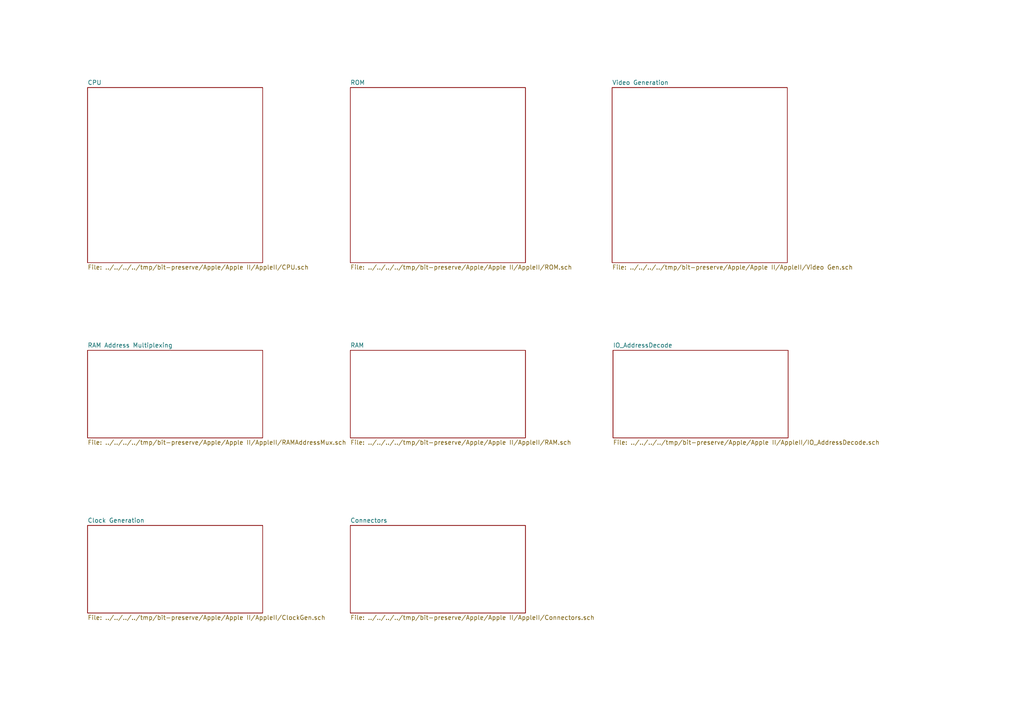
<source format=kicad_sch>
(kicad_sch (version 20230121) (generator eeschema)
  (paper "A4")
  (title_block (title "Apple II Schematic") (rev "0") (comment 1 "Captured from the Apple II Reference Manual (1979)"))
  (lib_symbols)
  (sheet (at 25.4 25.4) (size 50.8 50.8)
    (property "Sheetname" "CPU" (at 25.4 24.6884 0) (effects (justify left bottom)))
    (property "Sheetfile" "../../../../tmp/bit-preserve/Apple/Apple II/AppleII/CPU.sch" (at 25.4 76.7846 0) (effects (justify left top)))
  )
  (sheet (at 25.4 152.4) (size 50.8 25.4)
    (property "Sheetname" "Clock Generation" (at 25.4 151.6884 0) (effects (justify left bottom)))
    (property "Sheetfile" "../../../../tmp/bit-preserve/Apple/Apple II/AppleII/ClockGen.sch" (at 25.4 178.3846 0) (effects (justify left top)))
  )
  (sheet (at 177.8 101.6) (size 50.8 25.4)
    (property "Sheetname" "IO_AddressDecode" (at 177.8 100.8884 0) (effects (justify left bottom)))
    (property "Sheetfile" "../../../../tmp/bit-preserve/Apple/Apple II/AppleII/IO_AddressDecode.sch" (at 177.8 127.5846 0) (effects (justify left top)))
  )
  (sheet (at 25.4 101.6) (size 50.8 25.4)
    (property "Sheetname" "RAM Address Multiplexing" (at 25.4 100.8884 0) (effects (justify left bottom)))
    (property "Sheetfile" "../../../../tmp/bit-preserve/Apple/Apple II/AppleII/RAMAddressMux.sch" (at 25.4 127.5846 0) (effects (justify left top)))
  )
  (sheet (at 101.6 25.4) (size 50.8 50.8)
    (property "Sheetname" "ROM" (at 101.6 24.6884 0) (effects (justify left bottom)))
    (property "Sheetfile" "../../../../tmp/bit-preserve/Apple/Apple II/AppleII/ROM.sch" (at 101.6 76.7846 0) (effects (justify left top)))
  )
  (sheet (at 101.6 101.6) (size 50.8 25.4)
    (property "Sheetname" "RAM" (at 101.6 100.8884 0) (effects (justify left bottom)))
    (property "Sheetfile" "../../../../tmp/bit-preserve/Apple/Apple II/AppleII/RAM.sch" (at 101.6 127.5846 0) (effects (justify left top)))
  )
  (sheet (at 101.6 152.4) (size 50.8 25.4)
    (property "Sheetname" "Connectors" (at 101.6 151.6884 0) (effects (justify left bottom)))
    (property "Sheetfile" "../../../../tmp/bit-preserve/Apple/Apple II/AppleII/Connectors.sch" (at 101.6 178.3846 0) (effects (justify left top)))
  )
  (sheet (at 177.546 25.4) (size 50.8 50.8)
    (property "Sheetname" "Video Generation" (at 177.546 24.6884 0) (effects (justify left bottom)))
    (property "Sheetfile" "../../../../tmp/bit-preserve/Apple/Apple II/AppleII/Video Gen.sch" (at 177.546 76.7846 0) (effects (justify left top)))
  )
)
</source>
